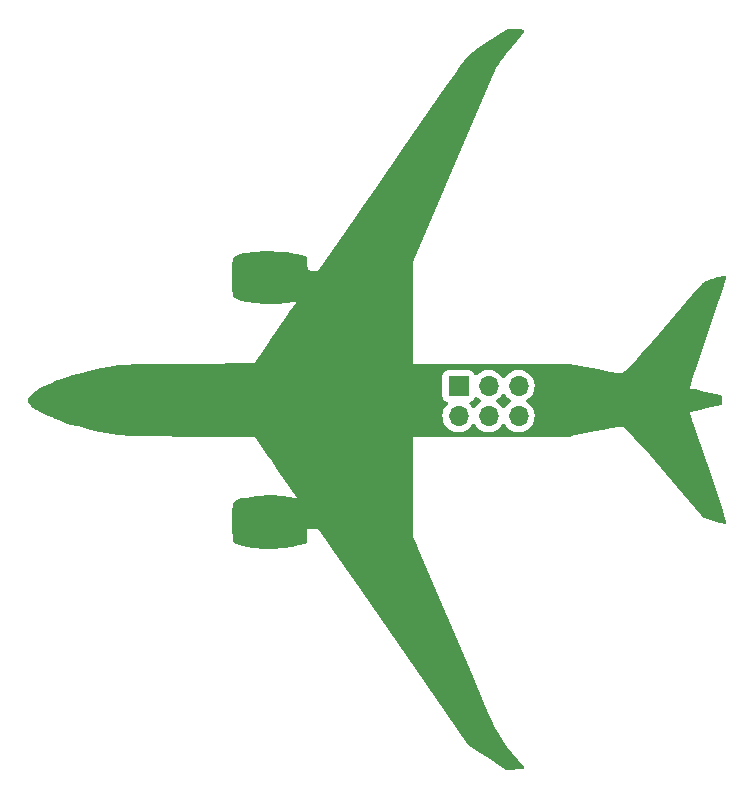
<source format=gbr>
G04 #@! TF.GenerationSoftware,KiCad,Pcbnew,(6.99.0-2452-gdb4f2d9dd8)*
G04 #@! TF.CreationDate,2022-07-21T06:50:33-08:00*
G04 #@! TF.ProjectId,787,3738372e-6b69-4636-9164-5f7063625858,rev?*
G04 #@! TF.SameCoordinates,Original*
G04 #@! TF.FileFunction,Copper,L1,Top*
G04 #@! TF.FilePolarity,Positive*
%FSLAX46Y46*%
G04 Gerber Fmt 4.6, Leading zero omitted, Abs format (unit mm)*
G04 Created by KiCad (PCBNEW (6.99.0-2452-gdb4f2d9dd8)) date 2022-07-21 06:50:33*
%MOMM*%
%LPD*%
G01*
G04 APERTURE LIST*
G04 #@! TA.AperFunction,ComponentPad*
%ADD10R,1.700000X1.700000*%
G04 #@! TD*
G04 #@! TA.AperFunction,ComponentPad*
%ADD11O,1.700000X1.700000*%
G04 #@! TD*
G04 APERTURE END LIST*
D10*
X140419999Y-94899999D03*
D11*
X140419999Y-97439999D03*
X142959999Y-94899999D03*
X142959999Y-97439999D03*
X145499999Y-94899999D03*
X145499999Y-97439999D03*
G04 #@! TA.AperFunction,NonConductor*
G36*
X144313226Y-95575670D02*
G01*
X144335483Y-95601357D01*
X144424278Y-95737268D01*
X144427803Y-95741097D01*
X144427806Y-95741101D01*
X144513286Y-95833956D01*
X144576760Y-95902906D01*
X144580879Y-95906112D01*
X144739946Y-96029920D01*
X144754424Y-96041189D01*
X144759005Y-96043668D01*
X144787680Y-96059186D01*
X144838071Y-96109199D01*
X144853423Y-96178516D01*
X144828863Y-96245129D01*
X144787681Y-96280813D01*
X144754424Y-96298811D01*
X144750313Y-96302010D01*
X144750311Y-96302012D01*
X144626757Y-96398179D01*
X144576760Y-96437094D01*
X144573228Y-96440931D01*
X144427806Y-96598899D01*
X144427803Y-96598903D01*
X144424278Y-96602732D01*
X144421427Y-96607096D01*
X144335483Y-96738643D01*
X144281479Y-96784732D01*
X144211132Y-96794307D01*
X144146774Y-96764330D01*
X144124517Y-96738643D01*
X144038573Y-96607096D01*
X144035722Y-96602732D01*
X144032197Y-96598903D01*
X144032194Y-96598899D01*
X143886772Y-96440931D01*
X143883240Y-96437094D01*
X143833243Y-96398179D01*
X143709689Y-96302012D01*
X143709687Y-96302010D01*
X143705576Y-96298811D01*
X143672320Y-96280814D01*
X143621929Y-96230801D01*
X143606577Y-96161484D01*
X143631137Y-96094871D01*
X143672320Y-96059186D01*
X143700995Y-96043668D01*
X143705576Y-96041189D01*
X143720055Y-96029920D01*
X143879121Y-95906112D01*
X143883240Y-95902906D01*
X143946714Y-95833956D01*
X144032194Y-95741101D01*
X144032197Y-95741097D01*
X144035722Y-95737268D01*
X144124517Y-95601357D01*
X144178521Y-95555268D01*
X144248868Y-95545693D01*
X144313226Y-95575670D01*
G37*
G04 #@! TD.AperFunction*
G04 #@! TA.AperFunction,NonConductor*
G36*
X141943439Y-95811388D02*
G01*
X141975755Y-95836638D01*
X142006552Y-95870092D01*
X142036760Y-95902906D01*
X142040879Y-95906112D01*
X142199946Y-96029920D01*
X142214424Y-96041189D01*
X142219005Y-96043668D01*
X142247680Y-96059186D01*
X142298071Y-96109199D01*
X142313423Y-96178516D01*
X142288863Y-96245129D01*
X142247681Y-96280813D01*
X142214424Y-96298811D01*
X142210313Y-96302010D01*
X142210311Y-96302012D01*
X142086757Y-96398179D01*
X142036760Y-96437094D01*
X142033228Y-96440931D01*
X141887806Y-96598899D01*
X141887803Y-96598903D01*
X141884278Y-96602732D01*
X141881427Y-96607096D01*
X141795483Y-96738643D01*
X141741479Y-96784732D01*
X141671132Y-96794307D01*
X141606774Y-96764330D01*
X141584517Y-96738643D01*
X141498573Y-96607096D01*
X141495722Y-96602732D01*
X141492197Y-96598903D01*
X141492194Y-96598899D01*
X141352525Y-96447180D01*
X141321104Y-96383515D01*
X141329091Y-96312969D01*
X141373949Y-96257940D01*
X141401191Y-96243787D01*
X141516204Y-96200889D01*
X141528536Y-96191658D01*
X141626050Y-96118659D01*
X141633261Y-96113261D01*
X141663041Y-96073480D01*
X141715489Y-96003418D01*
X141715490Y-96003416D01*
X141720889Y-95996204D01*
X141764998Y-95877944D01*
X141807545Y-95821108D01*
X141874065Y-95796297D01*
X141943439Y-95811388D01*
G37*
G04 #@! TD.AperFunction*
G04 #@! TA.AperFunction,NonConductor*
G36*
X145315111Y-64690880D02*
G01*
X145437737Y-64691679D01*
X145505331Y-64692120D01*
X145507620Y-64692157D01*
X145669074Y-64696220D01*
X145672364Y-64696346D01*
X145804934Y-64703163D01*
X145809853Y-64703513D01*
X145888013Y-64710625D01*
X145954040Y-64736719D01*
X145995479Y-64794367D01*
X145999172Y-64865267D01*
X145975516Y-64914148D01*
X145969301Y-64922026D01*
X145968425Y-64923122D01*
X145968348Y-64923218D01*
X145713969Y-65238284D01*
X145713504Y-65238858D01*
X145350222Y-65683281D01*
X144917030Y-66209104D01*
X144913647Y-66206317D01*
X144913636Y-66206327D01*
X144917029Y-66209107D01*
X144692885Y-66482740D01*
X144690826Y-66481053D01*
X144690813Y-66481072D01*
X144692882Y-66482742D01*
X144692790Y-66482856D01*
X144692760Y-66482893D01*
X144690704Y-66481226D01*
X144690698Y-66481235D01*
X144692760Y-66482894D01*
X144478868Y-66748818D01*
X144477910Y-66748048D01*
X144477770Y-66748204D01*
X144478744Y-66748973D01*
X144280132Y-67000598D01*
X144278280Y-66999136D01*
X144278269Y-66999148D01*
X144280130Y-67000599D01*
X144280084Y-67000658D01*
X144280011Y-67000751D01*
X144278152Y-66999291D01*
X144278138Y-66999308D01*
X144280010Y-67000754D01*
X144101706Y-67231494D01*
X144098902Y-67229327D01*
X144098880Y-67229366D01*
X144101702Y-67231496D01*
X144101619Y-67231606D01*
X144101586Y-67231649D01*
X144098798Y-67229510D01*
X144098781Y-67229540D01*
X144101586Y-67231651D01*
X143948610Y-67434923D01*
X143947470Y-67434065D01*
X143947342Y-67434248D01*
X143948493Y-67435082D01*
X143825872Y-67604304D01*
X143824291Y-67603158D01*
X143824259Y-67603203D01*
X143825866Y-67604308D01*
X143825822Y-67604372D01*
X143825761Y-67604457D01*
X143824178Y-67603321D01*
X143824144Y-67603370D01*
X143825759Y-67604466D01*
X143738519Y-67733049D01*
X143737284Y-67732211D01*
X143737141Y-67732434D01*
X143738413Y-67733213D01*
X143709670Y-67780138D01*
X143708904Y-67779669D01*
X143708871Y-67779729D01*
X143709659Y-67780148D01*
X143709625Y-67780212D01*
X143709577Y-67780291D01*
X143708816Y-67779828D01*
X143708780Y-67779893D01*
X143709574Y-67780310D01*
X143691551Y-67814605D01*
X143691072Y-67814353D01*
X143690968Y-67814567D01*
X143691466Y-67814782D01*
X143374803Y-68549393D01*
X143370263Y-68547436D01*
X143370256Y-68547458D01*
X143374802Y-68549394D01*
X142783810Y-69936758D01*
X139298596Y-78081827D01*
X136599620Y-84374825D01*
X136599617Y-84374826D01*
X136599549Y-84374992D01*
X136599501Y-84375103D01*
X136599501Y-84375108D01*
X136599500Y-84375110D01*
X136599500Y-84375180D01*
X136599497Y-84375410D01*
X136599500Y-84375413D01*
X136599500Y-92999901D01*
X136599459Y-93000000D01*
X136599500Y-93000099D01*
X136599617Y-93000383D01*
X136600000Y-93000541D01*
X136600099Y-93000500D01*
X149818045Y-93000500D01*
X149843314Y-93003060D01*
X150276221Y-93091678D01*
X151716739Y-93386558D01*
X151792145Y-93401994D01*
X151792146Y-93401994D01*
X151792219Y-93402009D01*
X151792338Y-93402033D01*
X151792339Y-93402033D01*
X152572249Y-93558451D01*
X152572250Y-93558452D01*
X152572965Y-93558595D01*
X152572925Y-93558793D01*
X152573110Y-93558886D01*
X152573159Y-93558632D01*
X153248959Y-93688159D01*
X153248945Y-93688234D01*
X153248948Y-93688234D01*
X153248961Y-93688160D01*
X153249040Y-93688174D01*
X153249031Y-93688223D01*
X153249199Y-93688202D01*
X153490784Y-93731336D01*
X153747479Y-93777168D01*
X153747645Y-93777198D01*
X153747649Y-93777198D01*
X153747783Y-93777222D01*
X153747787Y-93777225D01*
X153747872Y-93777238D01*
X153747971Y-93777256D01*
X153747619Y-93779191D01*
X153747672Y-93779202D01*
X153747977Y-93777255D01*
X153908156Y-93802362D01*
X153907956Y-93803636D01*
X153908021Y-93803645D01*
X153908167Y-93802368D01*
X153908263Y-93802379D01*
X153908341Y-93802391D01*
X153908145Y-93803663D01*
X153908207Y-93803671D01*
X153908351Y-93802389D01*
X153997124Y-93812331D01*
X153997056Y-93812935D01*
X153997127Y-93812941D01*
X153997143Y-93812340D01*
X153997217Y-93812342D01*
X153997298Y-93812351D01*
X153997232Y-93812949D01*
X153997304Y-93812955D01*
X153997320Y-93812345D01*
X154040937Y-93813459D01*
X154040897Y-93815015D01*
X154040963Y-93815015D01*
X154040947Y-93813463D01*
X154041047Y-93813462D01*
X154041127Y-93813464D01*
X154041088Y-93815016D01*
X154041151Y-93815017D01*
X154041135Y-93813461D01*
X154083356Y-93813024D01*
X154083367Y-93814047D01*
X154083438Y-93814045D01*
X154083371Y-93813029D01*
X154083462Y-93813023D01*
X154083540Y-93813022D01*
X154083553Y-93814042D01*
X154083622Y-93814039D01*
X154083553Y-93813017D01*
X154125208Y-93810187D01*
X154125248Y-93810778D01*
X154125488Y-93810754D01*
X154125403Y-93810167D01*
X154167305Y-93804107D01*
X154167346Y-93804388D01*
X154167564Y-93804345D01*
X154167499Y-93804069D01*
X154210449Y-93793938D01*
X154210603Y-93794591D01*
X154210681Y-93794569D01*
X154210474Y-93793940D01*
X154210550Y-93793915D01*
X154210620Y-93793898D01*
X154210776Y-93794542D01*
X154210851Y-93794521D01*
X154210638Y-93793885D01*
X154255459Y-93778837D01*
X154255586Y-93779215D01*
X154255803Y-93779134D01*
X154255642Y-93778767D01*
X154303138Y-93757964D01*
X154303423Y-93758614D01*
X154303487Y-93758583D01*
X154303157Y-93757962D01*
X154303221Y-93757928D01*
X154303300Y-93757893D01*
X154303585Y-93758536D01*
X154303653Y-93758503D01*
X154303316Y-93757877D01*
X154354295Y-93730478D01*
X154354756Y-93731336D01*
X154354830Y-93731294D01*
X154354315Y-93730475D01*
X154354393Y-93730426D01*
X154354456Y-93730392D01*
X154354916Y-93731244D01*
X154354986Y-93731205D01*
X154354466Y-93730380D01*
X154409752Y-93695537D01*
X154410391Y-93696551D01*
X154410458Y-93696508D01*
X154409767Y-93695534D01*
X154409836Y-93695485D01*
X154409907Y-93695440D01*
X154410547Y-93696450D01*
X154410614Y-93696406D01*
X154409916Y-93695428D01*
X154470316Y-93652301D01*
X154470989Y-93653243D01*
X154471190Y-93653093D01*
X154470473Y-93652183D01*
X154536799Y-93599927D01*
X154537745Y-93601128D01*
X154537797Y-93601086D01*
X154536808Y-93599924D01*
X154536875Y-93599867D01*
X154536946Y-93599811D01*
X154537890Y-93601008D01*
X154537942Y-93600966D01*
X154536951Y-93599802D01*
X154610017Y-93537574D01*
X154610940Y-93538657D01*
X154610977Y-93538623D01*
X154610024Y-93537571D01*
X154610088Y-93537513D01*
X154610162Y-93537450D01*
X154611081Y-93538529D01*
X154611119Y-93538494D01*
X154610166Y-93537442D01*
X154690785Y-93464398D01*
X154691916Y-93465646D01*
X154691950Y-93465615D01*
X154690790Y-93464396D01*
X154690851Y-93464338D01*
X154690926Y-93464270D01*
X154692056Y-93465517D01*
X154692091Y-93465485D01*
X154690929Y-93464264D01*
X154779915Y-93379559D01*
X154781483Y-93381206D01*
X154781660Y-93381039D01*
X154780057Y-93379420D01*
X154878219Y-93282215D01*
X154878221Y-93282213D01*
X154878223Y-93282212D01*
X154878264Y-93282170D01*
X154878357Y-93282078D01*
X154878359Y-93282073D01*
X154986514Y-93171520D01*
X154989039Y-93173990D01*
X154989068Y-93173949D01*
X154986519Y-93171518D01*
X155105612Y-93046634D01*
X155108733Y-93049610D01*
X155108762Y-93049571D01*
X155105616Y-93046632D01*
X155236328Y-92906713D01*
X155236501Y-92906875D01*
X155236605Y-92906699D01*
X155236462Y-92906567D01*
X155379604Y-92750774D01*
X155382936Y-92753835D01*
X155382960Y-92753812D01*
X155379605Y-92750771D01*
X155535989Y-92578258D01*
X155538618Y-92580641D01*
X155538634Y-92580627D01*
X155535990Y-92578256D01*
X155706297Y-92388329D01*
X155709932Y-92391588D01*
X155709945Y-92391569D01*
X155706299Y-92388328D01*
X155891608Y-92179851D01*
X155892013Y-92180211D01*
X155892015Y-92180207D01*
X155891609Y-92179850D01*
X155891675Y-92179775D01*
X155891739Y-92179703D01*
X155892124Y-92180046D01*
X155892126Y-92180043D01*
X155891739Y-92179702D01*
X156310215Y-91704169D01*
X156312811Y-91706454D01*
X156312825Y-91706442D01*
X156310216Y-91704167D01*
X156797922Y-91144914D01*
X156801692Y-91148202D01*
X156801702Y-91148191D01*
X156797922Y-91144913D01*
X157361232Y-90495351D01*
X157365202Y-90498794D01*
X157365209Y-90498783D01*
X157361234Y-90495350D01*
X158741465Y-88897449D01*
X158745288Y-88900751D01*
X158745293Y-88900745D01*
X158741465Y-88897448D01*
X160211254Y-87190996D01*
X160215197Y-87194392D01*
X160215208Y-87194376D01*
X160211256Y-87190995D01*
X160964551Y-86310527D01*
X160964869Y-86310156D01*
X161001489Y-86267688D01*
X161005127Y-86263649D01*
X161040396Y-86226148D01*
X161043801Y-86222665D01*
X161060566Y-86206166D01*
X161063162Y-86203683D01*
X161080673Y-86187406D01*
X161083499Y-86184858D01*
X161101336Y-86169255D01*
X161104355Y-86166696D01*
X161122722Y-86151621D01*
X161125876Y-86149116D01*
X161127902Y-86147559D01*
X161144863Y-86134523D01*
X161148094Y-86132122D01*
X161167940Y-86117862D01*
X161171241Y-86115568D01*
X161192064Y-86101591D01*
X161195350Y-86099459D01*
X161217347Y-86085666D01*
X161220566Y-86083714D01*
X161243887Y-86070044D01*
X161246974Y-86068293D01*
X161271818Y-86054664D01*
X161274776Y-86053092D01*
X161275103Y-86052924D01*
X161301301Y-86039449D01*
X161304071Y-86038069D01*
X161331722Y-86024704D01*
X161335557Y-86022929D01*
X161398682Y-85994989D01*
X161403047Y-85993155D01*
X161474148Y-85964847D01*
X161477665Y-85963508D01*
X161558362Y-85934195D01*
X161561209Y-85933200D01*
X161652243Y-85902583D01*
X161654431Y-85901869D01*
X161756848Y-85869516D01*
X161758478Y-85869014D01*
X161872908Y-85834614D01*
X161874146Y-85834249D01*
X162001665Y-85797335D01*
X162002551Y-85797082D01*
X162143494Y-85757397D01*
X162144512Y-85757115D01*
X162332224Y-85705956D01*
X162333620Y-85705584D01*
X162510242Y-85659616D01*
X162511768Y-85659229D01*
X162558856Y-85647600D01*
X162673295Y-85619338D01*
X162674848Y-85618967D01*
X162816875Y-85586124D01*
X162819245Y-85585601D01*
X162937153Y-85560795D01*
X162941010Y-85560047D01*
X162942292Y-85559819D01*
X163012863Y-85567584D01*
X163068033Y-85612270D01*
X163090286Y-85679689D01*
X163085477Y-85718588D01*
X163052219Y-85834614D01*
X163019719Y-85947993D01*
X163018796Y-85951064D01*
X162858642Y-86460454D01*
X162858234Y-86461728D01*
X162776518Y-86712307D01*
X162620414Y-87190996D01*
X162618655Y-87196389D01*
X162618399Y-87197163D01*
X162325335Y-88073655D01*
X161881808Y-89400148D01*
X161881635Y-89400662D01*
X160939087Y-92179775D01*
X160769573Y-92679589D01*
X160766051Y-92678394D01*
X160766049Y-92678402D01*
X160769572Y-92679590D01*
X160458457Y-93601854D01*
X160455258Y-93600775D01*
X160455253Y-93600800D01*
X160458455Y-93601857D01*
X160207663Y-94361347D01*
X160204112Y-94360174D01*
X160204092Y-94360216D01*
X160207663Y-94361352D01*
X160069998Y-94793920D01*
X160042963Y-94878867D01*
X160042959Y-94878872D01*
X160042928Y-94878978D01*
X160042905Y-94879050D01*
X160041581Y-94878627D01*
X160041569Y-94878663D01*
X160042905Y-94879055D01*
X160042904Y-94879057D01*
X160000809Y-95022564D01*
X160000281Y-95022409D01*
X160000266Y-95022470D01*
X160000798Y-95022581D01*
X160000783Y-95022653D01*
X160000760Y-95022732D01*
X160000238Y-95022580D01*
X160000223Y-95022643D01*
X160000762Y-95022754D01*
X159989746Y-95076345D01*
X159989690Y-95076418D01*
X159989706Y-95076539D01*
X159989703Y-95076553D01*
X159989718Y-95076632D01*
X159989744Y-95076828D01*
X159989758Y-95076839D01*
X159989761Y-95076855D01*
X159989916Y-95076960D01*
X159989988Y-95077015D01*
X159990004Y-95077019D01*
X159990104Y-95077087D01*
X159990194Y-95077070D01*
X160003462Y-95080611D01*
X160003463Y-95080611D01*
X160108295Y-95108585D01*
X160107925Y-95109970D01*
X160108169Y-95110026D01*
X160108487Y-95108631D01*
X160405554Y-95176412D01*
X160405332Y-95177386D01*
X160405533Y-95177443D01*
X160405747Y-95176456D01*
X161302214Y-95370881D01*
X161302504Y-95370944D01*
X161302486Y-95371025D01*
X161302668Y-95371122D01*
X161302697Y-95370984D01*
X162211976Y-95560833D01*
X162211221Y-95564451D01*
X162211237Y-95564452D01*
X162211977Y-95560834D01*
X162212021Y-95560843D01*
X162212166Y-95560873D01*
X162211423Y-95564464D01*
X162211458Y-95564466D01*
X162212170Y-95560872D01*
X162524897Y-95622859D01*
X162524511Y-95624808D01*
X162524764Y-95624853D01*
X162525091Y-95622895D01*
X162585849Y-95633055D01*
X162649738Y-95664018D01*
X162686745Y-95724607D01*
X162690079Y-95741576D01*
X162690188Y-95742441D01*
X162690504Y-95745190D01*
X162693109Y-95770346D01*
X162693310Y-95772464D01*
X162695552Y-95798638D01*
X162695753Y-95800984D01*
X162695894Y-95802803D01*
X162697669Y-95827944D01*
X162698093Y-95833956D01*
X162698195Y-95835547D01*
X162699552Y-95859201D01*
X162700130Y-95869284D01*
X162700206Y-95870764D01*
X162701848Y-95906807D01*
X162701903Y-95908178D01*
X162703210Y-95945899D01*
X162703249Y-95947194D01*
X162704216Y-95986897D01*
X162704240Y-95988140D01*
X162704836Y-96029283D01*
X162704848Y-96030507D01*
X162705052Y-96073272D01*
X162705053Y-96073873D01*
X162705053Y-96398179D01*
X162685051Y-96466300D01*
X162631395Y-96512793D01*
X162604876Y-96521504D01*
X161365292Y-96781064D01*
X161364720Y-96778330D01*
X161364709Y-96778334D01*
X161365290Y-96781064D01*
X160842659Y-96892270D01*
X160841905Y-96888729D01*
X160841877Y-96888739D01*
X160842655Y-96892269D01*
X160410401Y-96987597D01*
X160410260Y-96986958D01*
X160410059Y-96987004D01*
X160410208Y-96987641D01*
X160113433Y-97056907D01*
X160113044Y-97055239D01*
X160112811Y-97055298D01*
X160113241Y-97056954D01*
X160029692Y-97078641D01*
X160029514Y-97077956D01*
X160029444Y-97077977D01*
X160029671Y-97078640D01*
X160029592Y-97078667D01*
X160029520Y-97078686D01*
X160029341Y-97078008D01*
X160029274Y-97078029D01*
X160029505Y-97078697D01*
X159996603Y-97090070D01*
X159996474Y-97090072D01*
X159996344Y-97090207D01*
X159996204Y-97090331D01*
X159996197Y-97090459D01*
X159995195Y-97093024D01*
X159995159Y-97093102D01*
X159995158Y-97093117D01*
X159995153Y-97093131D01*
X159995155Y-97093215D01*
X159994964Y-97098136D01*
X159994953Y-97098177D01*
X159994960Y-97098236D01*
X159994958Y-97098294D01*
X159994972Y-97098332D01*
X159995937Y-97106181D01*
X159997016Y-97114963D01*
X159996486Y-97115028D01*
X159996496Y-97115091D01*
X159997012Y-97114985D01*
X159997029Y-97115068D01*
X159997038Y-97115141D01*
X159996514Y-97115206D01*
X159996524Y-97115265D01*
X159997047Y-97115158D01*
X160002217Y-97140399D01*
X160001086Y-97140631D01*
X160001141Y-97140865D01*
X160002261Y-97140592D01*
X160010413Y-97173972D01*
X160010411Y-97173972D01*
X160010412Y-97173977D01*
X160010412Y-97173980D01*
X160010425Y-97174026D01*
X160010425Y-97174027D01*
X160010436Y-97174066D01*
X160010431Y-97174067D01*
X160010443Y-97174158D01*
X160010520Y-97174370D01*
X160023358Y-97220828D01*
X160035182Y-97263616D01*
X160034095Y-97263916D01*
X160034102Y-97263941D01*
X160035182Y-97263620D01*
X160035201Y-97263684D01*
X160035233Y-97263799D01*
X160034149Y-97264101D01*
X160034158Y-97264129D01*
X160035237Y-97263805D01*
X160070127Y-97380041D01*
X160066802Y-97381039D01*
X160066825Y-97381088D01*
X160070126Y-97380047D01*
X160114049Y-97519381D01*
X160111959Y-97520040D01*
X160111967Y-97520062D01*
X160114049Y-97519384D01*
X160114078Y-97519473D01*
X160114108Y-97519568D01*
X160112027Y-97520225D01*
X160112035Y-97520247D01*
X160114110Y-97519570D01*
X160165815Y-97677940D01*
X160161406Y-97679379D01*
X160161418Y-97679421D01*
X160165818Y-97677943D01*
X160224046Y-97851283D01*
X160220126Y-97852600D01*
X160220142Y-97852631D01*
X160224046Y-97851286D01*
X160287708Y-98036035D01*
X160287872Y-98036514D01*
X162009124Y-103097545D01*
X162009362Y-103098253D01*
X162808395Y-105494188D01*
X162808866Y-105495628D01*
X163096110Y-106392744D01*
X163097833Y-106463720D01*
X163060910Y-106524360D01*
X162997064Y-106555412D01*
X162958240Y-106555892D01*
X162955133Y-106555447D01*
X162949913Y-106554699D01*
X162946381Y-106554142D01*
X162891026Y-106544600D01*
X162888292Y-106544097D01*
X162829415Y-106532605D01*
X162825346Y-106531811D01*
X162823220Y-106531377D01*
X162773467Y-106520743D01*
X162753014Y-106516371D01*
X162751202Y-106515969D01*
X162674405Y-106498367D01*
X162672864Y-106498004D01*
X162617298Y-106484531D01*
X162589226Y-106477725D01*
X162587915Y-106477399D01*
X162498085Y-106454577D01*
X162496944Y-106454282D01*
X162401013Y-106428923D01*
X162399979Y-106428645D01*
X162328399Y-106409059D01*
X162298293Y-106400822D01*
X162297439Y-106400584D01*
X162189736Y-106370198D01*
X162189761Y-106370109D01*
X162189290Y-106370078D01*
X161269136Y-106106811D01*
X161208305Y-106067875D01*
X160964296Y-105784421D01*
X158955409Y-103450795D01*
X158956666Y-103449713D01*
X158956664Y-103449711D01*
X158955409Y-103450794D01*
X156624585Y-100750624D01*
X156628262Y-100747450D01*
X156628241Y-100747424D01*
X156624582Y-100750623D01*
X155861591Y-99877761D01*
X155862292Y-99877148D01*
X155862284Y-99877138D01*
X155861590Y-99877759D01*
X155861539Y-99877702D01*
X155861463Y-99877615D01*
X155862164Y-99877003D01*
X155862154Y-99876992D01*
X155861460Y-99877613D01*
X155308935Y-99259454D01*
X155310383Y-99258160D01*
X155310345Y-99258121D01*
X155308932Y-99259447D01*
X155308856Y-99259366D01*
X155308806Y-99259310D01*
X155310249Y-99258022D01*
X155310213Y-99257984D01*
X155308801Y-99259308D01*
X154923473Y-98848367D01*
X154924225Y-98847662D01*
X154924049Y-98847485D01*
X154923335Y-98848227D01*
X154838042Y-98766261D01*
X154661936Y-98597023D01*
X154662014Y-98596941D01*
X154661984Y-98596915D01*
X154661921Y-98596997D01*
X154661860Y-98596950D01*
X154661812Y-98596904D01*
X154661884Y-98596829D01*
X154661856Y-98596804D01*
X154661787Y-98596894D01*
X154655928Y-98592390D01*
X154644584Y-98583668D01*
X154497019Y-98470221D01*
X154481046Y-98457941D01*
X154481018Y-98457907D01*
X154480971Y-98457883D01*
X154480926Y-98457848D01*
X154480880Y-98457836D01*
X154337565Y-98383676D01*
X154337631Y-98383549D01*
X154337593Y-98383532D01*
X154337544Y-98383657D01*
X154337482Y-98383633D01*
X154337417Y-98383600D01*
X154337478Y-98383481D01*
X154337437Y-98383463D01*
X154337386Y-98383597D01*
X154327463Y-98379848D01*
X154327462Y-98379847D01*
X154318496Y-98376460D01*
X154318887Y-98375426D01*
X154318809Y-98375400D01*
X154318485Y-98376451D01*
X154318417Y-98376430D01*
X154318327Y-98376396D01*
X154318715Y-98375369D01*
X154318635Y-98375342D01*
X154318309Y-98376397D01*
X154297977Y-98370114D01*
X154298315Y-98369019D01*
X154298242Y-98368998D01*
X154297965Y-98370105D01*
X154297885Y-98370085D01*
X154297803Y-98370060D01*
X154298136Y-98368967D01*
X154298062Y-98368946D01*
X154297788Y-98370061D01*
X154275792Y-98364657D01*
X154276123Y-98363308D01*
X154276043Y-98363290D01*
X154275780Y-98364649D01*
X154275692Y-98364632D01*
X154275613Y-98364613D01*
X154275937Y-98363267D01*
X154275857Y-98363249D01*
X154275600Y-98364615D01*
X154251732Y-98360119D01*
X154251943Y-98359000D01*
X154251691Y-98358962D01*
X154251537Y-98360088D01*
X154225593Y-98356533D01*
X154225778Y-98355185D01*
X154225712Y-98355178D01*
X154225583Y-98356528D01*
X154225499Y-98356520D01*
X154225409Y-98356508D01*
X154225588Y-98355164D01*
X154225521Y-98355156D01*
X154225397Y-98356511D01*
X154197161Y-98353926D01*
X154197233Y-98353138D01*
X154196991Y-98353125D01*
X154196965Y-98353915D01*
X154132631Y-98351780D01*
X154132657Y-98351008D01*
X154132412Y-98351007D01*
X154132434Y-98351779D01*
X154056461Y-98353913D01*
X154056423Y-98352563D01*
X154056164Y-98352575D01*
X154056264Y-98353923D01*
X153967004Y-98360571D01*
X153966898Y-98359141D01*
X153966842Y-98359145D01*
X153966994Y-98360568D01*
X153966891Y-98360579D01*
X153966814Y-98360585D01*
X153966703Y-98359156D01*
X153966651Y-98359160D01*
X153966807Y-98360588D01*
X153862601Y-98371994D01*
X153862397Y-98370135D01*
X153862339Y-98370143D01*
X153862593Y-98371992D01*
X153862484Y-98372007D01*
X153862409Y-98372015D01*
X153862404Y-98372018D01*
X153862262Y-98372037D01*
X153862101Y-98372059D01*
X153862071Y-98372063D01*
X153741592Y-98388425D01*
X153741365Y-98386757D01*
X153741137Y-98386793D01*
X153741396Y-98388454D01*
X153602326Y-98410105D01*
X153602321Y-98410104D01*
X153602216Y-98410122D01*
X153602132Y-98410135D01*
X153602123Y-98410078D01*
X153602119Y-98410077D01*
X153602129Y-98410137D01*
X153443140Y-98437278D01*
X153442536Y-98433742D01*
X153442498Y-98433754D01*
X153443136Y-98437277D01*
X153442998Y-98437302D01*
X153442946Y-98437311D01*
X153442339Y-98433806D01*
X153442308Y-98433816D01*
X153442945Y-98437312D01*
X153262381Y-98470186D01*
X153262381Y-98470184D01*
X153262377Y-98470184D01*
X153262377Y-98470185D01*
X153262213Y-98470216D01*
X153262187Y-98470221D01*
X153261986Y-98470259D01*
X153058389Y-98509070D01*
X153058388Y-98509065D01*
X153058313Y-98509085D01*
X153058300Y-98509087D01*
X153058197Y-98509107D01*
X153057740Y-98506754D01*
X153057726Y-98506760D01*
X153058195Y-98509108D01*
X152574094Y-98605741D01*
X152573755Y-98604041D01*
X152573742Y-98604045D01*
X152574092Y-98605741D01*
X152573971Y-98605766D01*
X152573901Y-98605780D01*
X152573565Y-98604099D01*
X152573553Y-98604102D01*
X152573900Y-98605781D01*
X151976805Y-98729270D01*
X151975788Y-98724352D01*
X151975776Y-98724354D01*
X151976804Y-98729271D01*
X149906484Y-99162108D01*
X149866578Y-99170451D01*
X149840793Y-99173118D01*
X136600096Y-99173118D01*
X136599997Y-99173077D01*
X136599614Y-99173235D01*
X136599456Y-99173618D01*
X136599497Y-99173717D01*
X136599497Y-107694301D01*
X136599571Y-107694481D01*
X136865565Y-108347311D01*
X136902941Y-108439044D01*
X136900922Y-108439867D01*
X136900935Y-108439899D01*
X136902941Y-108439047D01*
X136902972Y-108439120D01*
X136903014Y-108439223D01*
X136900996Y-108440046D01*
X136901010Y-108440079D01*
X136903017Y-108439226D01*
X138085782Y-111222021D01*
X138082374Y-111223470D01*
X138082380Y-111223479D01*
X138085782Y-111222022D01*
X140503505Y-116867153D01*
X140503522Y-116867298D01*
X140503560Y-116867282D01*
X140503598Y-116867371D01*
X140503534Y-116867398D01*
X140503535Y-116867407D01*
X140503603Y-116867376D01*
X140777728Y-117461951D01*
X140778838Y-117464429D01*
X141036895Y-118057428D01*
X141037989Y-118060020D01*
X141522587Y-119245254D01*
X141522947Y-119246143D01*
X142457978Y-121583702D01*
X142456014Y-121584487D01*
X142456033Y-121584532D01*
X142457978Y-121583707D01*
X142458006Y-121583773D01*
X142458048Y-121583877D01*
X142456089Y-121584668D01*
X142456110Y-121584719D01*
X142458054Y-121583883D01*
X142704427Y-122156386D01*
X142702567Y-122157186D01*
X142702588Y-122157234D01*
X142704427Y-122156392D01*
X142704465Y-122156475D01*
X142704503Y-122156563D01*
X142704507Y-122156567D01*
X142704539Y-122156638D01*
X142962816Y-122722891D01*
X142961222Y-122723618D01*
X142961321Y-122723843D01*
X142962900Y-122723070D01*
X143236583Y-123282488D01*
X143236584Y-123282496D01*
X143236626Y-123282575D01*
X143236666Y-123282657D01*
X143236642Y-123282669D01*
X143236644Y-123282678D01*
X143236672Y-123282663D01*
X143529168Y-123834448D01*
X143527555Y-123835303D01*
X143527685Y-123835536D01*
X143529264Y-123834621D01*
X143844007Y-124378044D01*
X143843061Y-124378592D01*
X143843189Y-124378800D01*
X143844110Y-124378213D01*
X144184541Y-124912546D01*
X144184481Y-124912584D01*
X144184513Y-124912675D01*
X144184592Y-124912625D01*
X144184641Y-124912702D01*
X144184543Y-124912764D01*
X144184549Y-124912781D01*
X144184651Y-124912709D01*
X144554209Y-125437224D01*
X144553114Y-125437996D01*
X144553270Y-125438208D01*
X144554326Y-125437382D01*
X144956445Y-125951345D01*
X144954965Y-125952503D01*
X144954996Y-125952542D01*
X144956447Y-125951352D01*
X144956511Y-125951430D01*
X144956563Y-125951496D01*
X144955087Y-125952659D01*
X144955117Y-125952696D01*
X144956568Y-125951499D01*
X145947967Y-127152968D01*
X145975894Y-127218241D01*
X145964100Y-127288251D01*
X145916327Y-127340770D01*
X145854619Y-127359103D01*
X144499342Y-127400391D01*
X144426531Y-127379893D01*
X142843145Y-126344137D01*
X142843142Y-126344135D01*
X142843140Y-126344135D01*
X142843138Y-126344134D01*
X142244740Y-125952696D01*
X141247281Y-125300215D01*
X141212676Y-125266514D01*
X138398958Y-121203782D01*
X132150816Y-112181931D01*
X132153006Y-112180415D01*
X132153004Y-112180410D01*
X132150815Y-112181930D01*
X129701293Y-108655141D01*
X129703064Y-108653911D01*
X129703059Y-108653901D01*
X129701293Y-108655139D01*
X129701225Y-108655042D01*
X129701181Y-108654979D01*
X129702967Y-108653732D01*
X129702963Y-108653724D01*
X129701180Y-108654978D01*
X129549317Y-108439120D01*
X128614859Y-107110883D01*
X128614847Y-107110852D01*
X128614802Y-107110804D01*
X128614764Y-107110749D01*
X128614735Y-107110731D01*
X128606898Y-107102221D01*
X128607009Y-107102119D01*
X128606998Y-107102105D01*
X128606894Y-107102211D01*
X128606845Y-107102163D01*
X128606775Y-107102087D01*
X128606894Y-107101978D01*
X128606878Y-107101959D01*
X128606760Y-107102080D01*
X128598459Y-107093957D01*
X128599198Y-107093202D01*
X128599014Y-107093030D01*
X128598315Y-107093823D01*
X128589515Y-107086067D01*
X128590426Y-107085033D01*
X128590425Y-107085032D01*
X128590367Y-107084985D01*
X128589508Y-107086055D01*
X128589437Y-107085998D01*
X128589375Y-107085944D01*
X128590276Y-107084910D01*
X128590219Y-107084862D01*
X128589363Y-107085940D01*
X128580056Y-107078548D01*
X128580846Y-107077553D01*
X128580782Y-107077510D01*
X128580048Y-107078535D01*
X128579967Y-107078477D01*
X128579909Y-107078431D01*
X128580690Y-107077447D01*
X128580629Y-107077405D01*
X128579898Y-107078428D01*
X128570063Y-107071395D01*
X128570646Y-107070580D01*
X128570443Y-107070442D01*
X128569901Y-107071285D01*
X128559532Y-107064612D01*
X128560230Y-107063527D01*
X128560175Y-107063495D01*
X128559525Y-107064602D01*
X128559450Y-107064558D01*
X128559376Y-107064511D01*
X128560062Y-107063431D01*
X128560006Y-107063399D01*
X128559364Y-107064509D01*
X128548444Y-107058192D01*
X128549056Y-107057135D01*
X128548837Y-107057009D01*
X128548272Y-107058097D01*
X128536787Y-107052135D01*
X128537534Y-107050696D01*
X128537467Y-107050662D01*
X128536779Y-107052126D01*
X128536696Y-107052087D01*
X128536622Y-107052049D01*
X128537361Y-107050609D01*
X128537295Y-107050577D01*
X128536611Y-107052048D01*
X128524548Y-107046437D01*
X128525321Y-107044776D01*
X128525248Y-107044745D01*
X128524540Y-107046429D01*
X128524452Y-107046392D01*
X128524378Y-107046358D01*
X128525140Y-107044699D01*
X128525070Y-107044669D01*
X128524368Y-107046358D01*
X128511713Y-107041095D01*
X128512353Y-107039555D01*
X128512288Y-107039532D01*
X128511707Y-107041089D01*
X128511640Y-107041064D01*
X128511541Y-107041023D01*
X128512176Y-107039491D01*
X128512106Y-107039466D01*
X128511529Y-107041023D01*
X128498271Y-107036111D01*
X128498813Y-107034649D01*
X128498755Y-107034628D01*
X128498263Y-107036104D01*
X128498167Y-107036072D01*
X128498093Y-107036045D01*
X128498627Y-107034581D01*
X128498573Y-107034562D01*
X128498085Y-107036045D01*
X128484204Y-107031476D01*
X128484815Y-107029619D01*
X128484750Y-107029599D01*
X128484198Y-107031471D01*
X128484120Y-107031448D01*
X128484025Y-107031417D01*
X128484630Y-107029562D01*
X128484562Y-107029541D01*
X128484015Y-107031418D01*
X128469503Y-107027191D01*
X128469961Y-107025619D01*
X128469905Y-107025604D01*
X128469496Y-107027186D01*
X128469411Y-107027164D01*
X128469321Y-107027138D01*
X128469774Y-107025569D01*
X128469718Y-107025554D01*
X128469312Y-107027139D01*
X128454150Y-107023254D01*
X128454542Y-107021726D01*
X128454462Y-107021708D01*
X128454140Y-107023247D01*
X128454054Y-107023229D01*
X128453968Y-107023207D01*
X128454358Y-107021684D01*
X128454279Y-107021666D01*
X128453956Y-107023209D01*
X128421452Y-107016412D01*
X128421761Y-107014935D01*
X128421674Y-107014919D01*
X128421441Y-107016405D01*
X128421358Y-107016392D01*
X128421271Y-107016374D01*
X128421576Y-107014902D01*
X128421487Y-107014886D01*
X128421257Y-107016377D01*
X128385993Y-107010927D01*
X128386201Y-107009581D01*
X128386135Y-107009573D01*
X128385983Y-107010922D01*
X128385903Y-107010913D01*
X128385810Y-107010899D01*
X128386012Y-107009558D01*
X128385944Y-107009550D01*
X128385798Y-107010902D01*
X128347669Y-107006779D01*
X128347839Y-107005206D01*
X128347776Y-107005200D01*
X128347661Y-107006775D01*
X128347579Y-107006769D01*
X128347483Y-107006759D01*
X128347647Y-107005188D01*
X128347580Y-107005182D01*
X128347472Y-107006762D01*
X128306373Y-107003949D01*
X128306473Y-107002490D01*
X128306226Y-107002473D01*
X128306176Y-107003939D01*
X128261999Y-107002419D01*
X128262065Y-107000510D01*
X128261811Y-107000501D01*
X128261801Y-107002415D01*
X128214434Y-107002165D01*
X128214443Y-107000372D01*
X128214201Y-107000374D01*
X128214237Y-107002167D01*
X128163577Y-107003171D01*
X128163543Y-107001443D01*
X128163505Y-107001444D01*
X128163571Y-107003169D01*
X128163466Y-107003173D01*
X128163383Y-107003175D01*
X128163341Y-107001449D01*
X128163306Y-107001450D01*
X128163378Y-107003177D01*
X128109314Y-107005417D01*
X128109199Y-107002631D01*
X128109142Y-107002637D01*
X128109308Y-107005415D01*
X128109191Y-107005422D01*
X128109119Y-107005425D01*
X128109003Y-107002649D01*
X128108950Y-107002654D01*
X128109116Y-107005427D01*
X128051542Y-107008881D01*
X128051502Y-107008222D01*
X128051495Y-107008224D01*
X128051539Y-107008880D01*
X128051376Y-107008891D01*
X128051345Y-107008893D01*
X128051305Y-107008274D01*
X128051302Y-107008275D01*
X128051344Y-107008893D01*
X127604253Y-107039440D01*
X127604171Y-107039406D01*
X127604054Y-107039454D01*
X127604037Y-107039455D01*
X127603967Y-107039490D01*
X127603788Y-107039563D01*
X127603780Y-107039582D01*
X127603762Y-107039591D01*
X127603703Y-107039768D01*
X127603670Y-107039846D01*
X127603670Y-107039865D01*
X127603630Y-107039984D01*
X127603669Y-107040064D01*
X127603637Y-107052653D01*
X127603637Y-107052655D01*
X127602421Y-107537736D01*
X127602406Y-107539389D01*
X127600848Y-107639092D01*
X127600758Y-107642255D01*
X127596844Y-107738280D01*
X127596673Y-107741489D01*
X127590677Y-107831870D01*
X127590393Y-107835397D01*
X127582633Y-107917417D01*
X127582158Y-107921662D01*
X127574912Y-107977746D01*
X127573048Y-107992174D01*
X127572155Y-107998009D01*
X127562122Y-108054641D01*
X127560803Y-108061099D01*
X127556295Y-108080557D01*
X127554672Y-108086826D01*
X127550780Y-108100409D01*
X127524058Y-108149151D01*
X127521506Y-108152038D01*
X127503344Y-108168902D01*
X127487054Y-108181281D01*
X127469044Y-108192700D01*
X127383274Y-108237390D01*
X127369281Y-108243630D01*
X127239008Y-108292462D01*
X127230587Y-108295283D01*
X127180277Y-108310187D01*
X127061139Y-108345481D01*
X127055430Y-108347028D01*
X126976283Y-108366480D01*
X126853600Y-108396634D01*
X126849358Y-108397600D01*
X126620602Y-108445515D01*
X126617287Y-108446162D01*
X126459830Y-108474656D01*
X126366867Y-108491479D01*
X126363976Y-108491968D01*
X126096688Y-108533939D01*
X126094080Y-108534320D01*
X126037307Y-108542022D01*
X125814867Y-108572198D01*
X125812445Y-108572503D01*
X125693988Y-108586188D01*
X125525967Y-108605600D01*
X125523496Y-108605861D01*
X125303362Y-108626904D01*
X125234527Y-108633484D01*
X125231968Y-108633702D01*
X124945221Y-108655172D01*
X124942451Y-108655348D01*
X124804360Y-108662577D01*
X124662710Y-108669991D01*
X124659491Y-108670118D01*
X124523833Y-108673744D01*
X124391665Y-108677277D01*
X124387859Y-108677321D01*
X124209259Y-108676644D01*
X124136727Y-108676369D01*
X124131918Y-108676259D01*
X123901731Y-108666591D01*
X123897213Y-108666320D01*
X123753966Y-108655139D01*
X123352806Y-108623826D01*
X123348995Y-108623470D01*
X122870531Y-108571246D01*
X122866933Y-108570800D01*
X122653968Y-108541251D01*
X122651121Y-108540822D01*
X122535625Y-108522044D01*
X122454576Y-108508866D01*
X122451190Y-108508268D01*
X122389427Y-108496488D01*
X122271682Y-108474030D01*
X122267742Y-108473211D01*
X122105513Y-108436792D01*
X122100784Y-108435634D01*
X121959563Y-108398117D01*
X121955946Y-108397156D01*
X121950221Y-108395489D01*
X121910982Y-108383050D01*
X121823009Y-108355161D01*
X121816050Y-108352728D01*
X121706765Y-108310891D01*
X121698230Y-108307256D01*
X121607252Y-108264481D01*
X121596706Y-108258898D01*
X121524410Y-108216125D01*
X121511576Y-108207423D01*
X121458087Y-108166125D01*
X121443129Y-108152525D01*
X121407711Y-108114696D01*
X121392072Y-108094110D01*
X121371284Y-108059964D01*
X121359537Y-108034770D01*
X121356588Y-108026040D01*
X121352987Y-108013163D01*
X121345765Y-107980805D01*
X121344453Y-107974071D01*
X121336146Y-107924227D01*
X121335525Y-107920071D01*
X121327117Y-107856640D01*
X121326653Y-107852657D01*
X121324745Y-107833634D01*
X121310131Y-107687925D01*
X121309842Y-107684588D01*
X121309837Y-107684508D01*
X121294862Y-107480153D01*
X121294712Y-107477810D01*
X121281743Y-107240148D01*
X121281655Y-107238288D01*
X121274029Y-107046437D01*
X121271163Y-106974333D01*
X121271110Y-106972728D01*
X121263545Y-106689599D01*
X121263513Y-106688033D01*
X121261074Y-106517187D01*
X121259287Y-106392012D01*
X121259276Y-106390832D01*
X121259191Y-106370146D01*
X121256773Y-105785487D01*
X121256784Y-105783201D01*
X121260199Y-105539389D01*
X121260294Y-105535967D01*
X121262003Y-105494501D01*
X121268867Y-105327881D01*
X121269227Y-105322225D01*
X121284287Y-105147868D01*
X121285361Y-105139063D01*
X121308160Y-104994645D01*
X121309981Y-104985381D01*
X121323806Y-104926738D01*
X121325868Y-104919079D01*
X121341923Y-104866145D01*
X121344969Y-104857299D01*
X121362852Y-104811022D01*
X121367161Y-104801149D01*
X121386809Y-104760917D01*
X121392590Y-104750384D01*
X121414065Y-104715346D01*
X121421400Y-104704659D01*
X121444930Y-104673893D01*
X121453619Y-104663704D01*
X121479765Y-104636157D01*
X121489352Y-104627063D01*
X121518834Y-104601898D01*
X121528696Y-104594289D01*
X121562389Y-104570857D01*
X121571896Y-104564857D01*
X121610569Y-104542801D01*
X121619257Y-104538285D01*
X121663452Y-104517452D01*
X121671017Y-104514184D01*
X121719890Y-104494956D01*
X121728936Y-104491790D01*
X121849736Y-104454613D01*
X121857970Y-104452382D01*
X122001965Y-104418566D01*
X122007637Y-104417371D01*
X122376142Y-104348605D01*
X122379677Y-104347998D01*
X122927320Y-104261935D01*
X122930998Y-104261413D01*
X123196363Y-104227750D01*
X123198906Y-104227454D01*
X123460633Y-104199829D01*
X123463361Y-104199571D01*
X123563225Y-104191241D01*
X123721059Y-104178075D01*
X123723918Y-104177869D01*
X123866759Y-104169221D01*
X123978175Y-104162476D01*
X123981117Y-104162332D01*
X124023481Y-104160765D01*
X124232251Y-104153042D01*
X124235287Y-104152966D01*
X124483810Y-104149767D01*
X124486910Y-104149766D01*
X124610009Y-104151210D01*
X124733146Y-104152656D01*
X124736217Y-104152730D01*
X124980694Y-104161707D01*
X124983795Y-104161859D01*
X125226915Y-104176922D01*
X125230067Y-104177157D01*
X125351090Y-104187728D01*
X125472102Y-104198299D01*
X125475254Y-104198614D01*
X125564653Y-104208693D01*
X125716825Y-104225851D01*
X125719877Y-104226234D01*
X125961274Y-104259557D01*
X125964253Y-104260005D01*
X126099763Y-104282106D01*
X126205978Y-104299429D01*
X126208953Y-104299951D01*
X126452105Y-104345617D01*
X126453558Y-104345899D01*
X126731622Y-104401511D01*
X126731623Y-104401511D01*
X126743408Y-104403868D01*
X126743502Y-104403929D01*
X126743678Y-104403890D01*
X126743899Y-104403847D01*
X126743903Y-104403841D01*
X126743907Y-104403840D01*
X126744014Y-104403674D01*
X126744129Y-104403502D01*
X126744128Y-104403498D01*
X126744132Y-104403492D01*
X126744089Y-104403297D01*
X126744050Y-104403096D01*
X126743956Y-104403033D01*
X126706242Y-104348606D01*
X125986204Y-103309498D01*
X125986036Y-103309254D01*
X125747679Y-102963538D01*
X125145988Y-102090839D01*
X124589507Y-101279206D01*
X124189847Y-100696297D01*
X124189741Y-100696142D01*
X123165797Y-99197926D01*
X123165796Y-99197925D01*
X123150892Y-99176118D01*
X123150833Y-99175974D01*
X123150684Y-99175913D01*
X123150550Y-99175825D01*
X123150398Y-99175857D01*
X123133113Y-99175852D01*
X123133112Y-99175852D01*
X118022816Y-99174480D01*
X118022338Y-99174479D01*
X117617240Y-99172834D01*
X114729343Y-99161109D01*
X114727745Y-99161092D01*
X113565173Y-99140344D01*
X113562771Y-99140277D01*
X112638167Y-99105876D01*
X112634282Y-99105671D01*
X112508667Y-99097097D01*
X111884219Y-99054474D01*
X111878871Y-99053994D01*
X111486119Y-99010312D01*
X111239316Y-98982863D01*
X111233487Y-98982075D01*
X110971994Y-98940515D01*
X110639430Y-98887658D01*
X110634770Y-98886827D01*
X110021470Y-98765572D01*
X110018559Y-98764961D01*
X109673977Y-98688342D01*
X109396601Y-98626666D01*
X109393888Y-98626032D01*
X109311306Y-98605741D01*
X108791226Y-98477953D01*
X108788521Y-98477255D01*
X108208228Y-98320714D01*
X108205474Y-98319937D01*
X107650508Y-98156243D01*
X107647558Y-98155334D01*
X107120817Y-97985784D01*
X107117663Y-97984722D01*
X106952231Y-97926607D01*
X106622106Y-97810636D01*
X106618715Y-97809389D01*
X106280343Y-97679379D01*
X106157368Y-97632129D01*
X106153552Y-97630591D01*
X105729366Y-97451507D01*
X105725018Y-97449574D01*
X105704536Y-97440000D01*
X139056844Y-97440000D01*
X139057274Y-97445189D01*
X139072783Y-97632350D01*
X139075436Y-97664368D01*
X139076717Y-97669426D01*
X139076717Y-97669427D01*
X139112159Y-97809382D01*
X139130704Y-97882616D01*
X139221140Y-98088791D01*
X139223990Y-98093153D01*
X139223992Y-98093157D01*
X139265548Y-98156763D01*
X139344278Y-98277268D01*
X139347803Y-98281097D01*
X139347806Y-98281101D01*
X139442162Y-98383597D01*
X139496760Y-98442906D01*
X139500879Y-98446112D01*
X139581767Y-98509070D01*
X139674424Y-98581189D01*
X139719864Y-98605780D01*
X139759708Y-98627342D01*
X139872426Y-98688342D01*
X140085365Y-98761444D01*
X140090499Y-98762301D01*
X140090504Y-98762302D01*
X140302294Y-98797643D01*
X140302296Y-98797643D01*
X140307431Y-98798500D01*
X140532569Y-98798500D01*
X140537704Y-98797643D01*
X140537706Y-98797643D01*
X140749496Y-98762302D01*
X140749501Y-98762301D01*
X140754635Y-98761444D01*
X140967574Y-98688342D01*
X141080293Y-98627342D01*
X141120136Y-98605780D01*
X141165576Y-98581189D01*
X141258234Y-98509070D01*
X141339121Y-98446112D01*
X141343240Y-98442906D01*
X141397838Y-98383597D01*
X141492194Y-98281101D01*
X141492197Y-98281097D01*
X141495722Y-98277268D01*
X141584517Y-98141357D01*
X141638521Y-98095268D01*
X141708868Y-98085693D01*
X141773226Y-98115670D01*
X141795483Y-98141357D01*
X141884278Y-98277268D01*
X141887803Y-98281097D01*
X141887806Y-98281101D01*
X141982162Y-98383597D01*
X142036760Y-98442906D01*
X142040879Y-98446112D01*
X142121767Y-98509070D01*
X142214424Y-98581189D01*
X142259864Y-98605780D01*
X142299708Y-98627342D01*
X142412426Y-98688342D01*
X142625365Y-98761444D01*
X142630499Y-98762301D01*
X142630504Y-98762302D01*
X142842294Y-98797643D01*
X142842296Y-98797643D01*
X142847431Y-98798500D01*
X143072569Y-98798500D01*
X143077704Y-98797643D01*
X143077706Y-98797643D01*
X143289496Y-98762302D01*
X143289501Y-98762301D01*
X143294635Y-98761444D01*
X143507574Y-98688342D01*
X143620293Y-98627342D01*
X143660136Y-98605780D01*
X143705576Y-98581189D01*
X143798234Y-98509070D01*
X143879121Y-98446112D01*
X143883240Y-98442906D01*
X143937838Y-98383597D01*
X144032194Y-98281101D01*
X144032197Y-98281097D01*
X144035722Y-98277268D01*
X144124517Y-98141357D01*
X144178521Y-98095268D01*
X144248868Y-98085693D01*
X144313226Y-98115670D01*
X144335483Y-98141357D01*
X144424278Y-98277268D01*
X144427803Y-98281097D01*
X144427806Y-98281101D01*
X144522162Y-98383597D01*
X144576760Y-98442906D01*
X144580879Y-98446112D01*
X144661767Y-98509070D01*
X144754424Y-98581189D01*
X144799864Y-98605780D01*
X144839708Y-98627342D01*
X144952426Y-98688342D01*
X145165365Y-98761444D01*
X145170499Y-98762301D01*
X145170504Y-98762302D01*
X145382294Y-98797643D01*
X145382296Y-98797643D01*
X145387431Y-98798500D01*
X145612569Y-98798500D01*
X145617704Y-98797643D01*
X145617706Y-98797643D01*
X145829496Y-98762302D01*
X145829501Y-98762301D01*
X145834635Y-98761444D01*
X146047574Y-98688342D01*
X146160293Y-98627342D01*
X146200136Y-98605780D01*
X146245576Y-98581189D01*
X146338234Y-98509070D01*
X146419121Y-98446112D01*
X146423240Y-98442906D01*
X146477838Y-98383597D01*
X146572194Y-98281101D01*
X146572197Y-98281097D01*
X146575722Y-98277268D01*
X146654452Y-98156763D01*
X146696008Y-98093157D01*
X146696010Y-98093153D01*
X146698860Y-98088791D01*
X146789296Y-97882616D01*
X146807842Y-97809382D01*
X146843283Y-97669427D01*
X146843283Y-97669426D01*
X146844564Y-97664368D01*
X146847218Y-97632350D01*
X146862726Y-97445189D01*
X146863156Y-97440000D01*
X146858170Y-97379824D01*
X146844995Y-97220828D01*
X146844994Y-97220823D01*
X146844564Y-97215632D01*
X146833970Y-97173797D01*
X146790578Y-97002446D01*
X146790578Y-97002445D01*
X146789296Y-96997384D01*
X146698860Y-96791209D01*
X146694629Y-96784732D01*
X146578573Y-96607096D01*
X146575722Y-96602732D01*
X146572197Y-96598903D01*
X146572194Y-96598899D01*
X146426772Y-96440931D01*
X146423240Y-96437094D01*
X146373243Y-96398179D01*
X146249689Y-96302012D01*
X146249687Y-96302010D01*
X146245576Y-96298811D01*
X146212320Y-96280814D01*
X146161929Y-96230801D01*
X146146577Y-96161484D01*
X146171137Y-96094871D01*
X146212320Y-96059186D01*
X146240995Y-96043668D01*
X146245576Y-96041189D01*
X146260055Y-96029920D01*
X146419121Y-95906112D01*
X146423240Y-95902906D01*
X146486714Y-95833956D01*
X146572194Y-95741101D01*
X146572197Y-95741097D01*
X146575722Y-95737268D01*
X146613554Y-95679362D01*
X146696008Y-95553157D01*
X146696010Y-95553153D01*
X146698860Y-95548791D01*
X146736029Y-95464055D01*
X146787200Y-95347394D01*
X146789296Y-95342616D01*
X146806003Y-95276644D01*
X146843283Y-95129427D01*
X146843283Y-95129426D01*
X146844564Y-95124368D01*
X146845753Y-95110026D01*
X146862726Y-94905189D01*
X146863156Y-94900000D01*
X146854541Y-94796033D01*
X146844995Y-94680828D01*
X146844994Y-94680823D01*
X146844564Y-94675632D01*
X146789296Y-94457384D01*
X146698860Y-94251209D01*
X146694629Y-94244732D01*
X146578573Y-94067096D01*
X146575722Y-94062732D01*
X146572197Y-94058903D01*
X146572194Y-94058899D01*
X146426772Y-93900931D01*
X146423240Y-93897094D01*
X146317789Y-93815017D01*
X146249689Y-93762012D01*
X146249687Y-93762010D01*
X146245576Y-93758811D01*
X146130343Y-93696450D01*
X146052159Y-93654139D01*
X146052156Y-93654138D01*
X146047574Y-93651658D01*
X145834635Y-93578556D01*
X145829501Y-93577699D01*
X145829496Y-93577698D01*
X145617706Y-93542357D01*
X145617704Y-93542357D01*
X145612569Y-93541500D01*
X145387431Y-93541500D01*
X145382296Y-93542357D01*
X145382294Y-93542357D01*
X145170504Y-93577698D01*
X145170499Y-93577699D01*
X145165365Y-93578556D01*
X144952426Y-93651658D01*
X144947844Y-93654138D01*
X144947841Y-93654139D01*
X144869657Y-93696450D01*
X144754424Y-93758811D01*
X144750313Y-93762010D01*
X144750311Y-93762012D01*
X144682211Y-93815017D01*
X144576760Y-93897094D01*
X144573228Y-93900931D01*
X144427806Y-94058899D01*
X144427803Y-94058903D01*
X144424278Y-94062732D01*
X144421427Y-94067096D01*
X144335483Y-94198643D01*
X144281479Y-94244732D01*
X144211132Y-94254307D01*
X144146774Y-94224330D01*
X144124517Y-94198643D01*
X144038573Y-94067096D01*
X144035722Y-94062732D01*
X144032197Y-94058903D01*
X144032194Y-94058899D01*
X143886772Y-93900931D01*
X143883240Y-93897094D01*
X143777789Y-93815017D01*
X143709689Y-93762012D01*
X143709687Y-93762010D01*
X143705576Y-93758811D01*
X143590343Y-93696450D01*
X143512159Y-93654139D01*
X143512156Y-93654138D01*
X143507574Y-93651658D01*
X143294635Y-93578556D01*
X143289501Y-93577699D01*
X143289496Y-93577698D01*
X143077706Y-93542357D01*
X143077704Y-93542357D01*
X143072569Y-93541500D01*
X142847431Y-93541500D01*
X142842296Y-93542357D01*
X142842294Y-93542357D01*
X142630504Y-93577698D01*
X142630499Y-93577699D01*
X142625365Y-93578556D01*
X142412426Y-93651658D01*
X142407844Y-93654138D01*
X142407841Y-93654139D01*
X142329657Y-93696450D01*
X142214424Y-93758811D01*
X142210313Y-93762010D01*
X142210311Y-93762012D01*
X142142211Y-93815017D01*
X142036760Y-93897094D01*
X142033228Y-93900931D01*
X141975755Y-93963362D01*
X141914901Y-93999933D01*
X141843937Y-93997798D01*
X141785392Y-93957636D01*
X141764998Y-93922056D01*
X141725074Y-93815015D01*
X141720889Y-93803796D01*
X141713999Y-93794591D01*
X141640574Y-93696508D01*
X141633261Y-93686739D01*
X141516204Y-93599111D01*
X141379201Y-93548011D01*
X141342295Y-93544043D01*
X141321988Y-93541860D01*
X141321985Y-93541860D01*
X141318638Y-93541500D01*
X139521362Y-93541500D01*
X139518015Y-93541860D01*
X139518012Y-93541860D01*
X139497705Y-93544043D01*
X139460799Y-93548011D01*
X139323796Y-93599111D01*
X139206739Y-93686739D01*
X139199426Y-93696508D01*
X139126002Y-93794591D01*
X139119111Y-93803796D01*
X139068011Y-93940799D01*
X139061500Y-94001362D01*
X139061500Y-95798638D01*
X139068011Y-95859201D01*
X139119111Y-95996204D01*
X139124510Y-96003416D01*
X139124511Y-96003418D01*
X139176959Y-96073480D01*
X139206739Y-96113261D01*
X139213950Y-96118659D01*
X139311465Y-96191658D01*
X139323796Y-96200889D01*
X139438808Y-96243787D01*
X139495642Y-96286333D01*
X139520453Y-96352853D01*
X139505361Y-96422227D01*
X139487475Y-96447180D01*
X139347806Y-96598899D01*
X139347803Y-96598903D01*
X139344278Y-96602732D01*
X139341427Y-96607096D01*
X139225372Y-96784732D01*
X139221140Y-96791209D01*
X139130704Y-96997384D01*
X139129422Y-97002445D01*
X139129422Y-97002446D01*
X139086030Y-97173797D01*
X139075436Y-97215632D01*
X139075006Y-97220823D01*
X139075005Y-97220828D01*
X139061830Y-97379824D01*
X139056844Y-97440000D01*
X105704536Y-97440000D01*
X105341057Y-97270100D01*
X105335965Y-97267578D01*
X105329325Y-97264101D01*
X105157547Y-97174158D01*
X104995417Y-97089266D01*
X104989282Y-97085832D01*
X104767415Y-96953393D01*
X104695373Y-96910388D01*
X104687770Y-96905470D01*
X104443938Y-96734984D01*
X104434229Y-96727467D01*
X104244126Y-96564828D01*
X104231631Y-96552532D01*
X104098761Y-96402212D01*
X104083517Y-96380837D01*
X104006450Y-96244699D01*
X103995394Y-96218764D01*
X103979813Y-96166707D01*
X103975198Y-96143591D01*
X103970047Y-96093945D01*
X103970125Y-96067203D01*
X103976275Y-96011139D01*
X103981403Y-95986840D01*
X104001147Y-95924489D01*
X104008963Y-95905399D01*
X104044353Y-95835828D01*
X104052853Y-95821538D01*
X104104998Y-95745746D01*
X104113104Y-95735203D01*
X104182256Y-95654472D01*
X104189563Y-95646642D01*
X104275507Y-95562050D01*
X104281934Y-95556148D01*
X104285427Y-95553157D01*
X104384175Y-95468588D01*
X104389785Y-95464055D01*
X104402411Y-95454438D01*
X104507829Y-95374140D01*
X104512709Y-95370605D01*
X104645943Y-95278885D01*
X104650222Y-95276067D01*
X104797276Y-95183459D01*
X104802817Y-95180164D01*
X104807774Y-95177386D01*
X105141416Y-94990407D01*
X105147467Y-94987230D01*
X105537319Y-94796017D01*
X105542343Y-94793689D01*
X105980520Y-94602337D01*
X105984841Y-94600545D01*
X106209953Y-94512035D01*
X106467491Y-94410776D01*
X106471249Y-94409368D01*
X106994623Y-94222803D01*
X106998052Y-94221636D01*
X107558412Y-94039857D01*
X107561579Y-94038876D01*
X107563312Y-94038364D01*
X107700570Y-93997798D01*
X108155220Y-93863429D01*
X108158213Y-93862584D01*
X108545153Y-93758536D01*
X108781643Y-93694944D01*
X108784480Y-93694217D01*
X109433933Y-93535931D01*
X109436637Y-93535305D01*
X110108472Y-93387873D01*
X110111273Y-93387293D01*
X110801961Y-93252188D01*
X110804714Y-93251681D01*
X111158427Y-93190684D01*
X111161815Y-93190148D01*
X111220027Y-93181745D01*
X111334467Y-93165225D01*
X111337497Y-93164825D01*
X111519722Y-93143017D01*
X111522801Y-93142687D01*
X111723031Y-93123703D01*
X111725784Y-93123473D01*
X111952565Y-93107036D01*
X111954791Y-93106895D01*
X112216777Y-93092728D01*
X112218343Y-93092654D01*
X112523783Y-93080508D01*
X112525033Y-93080465D01*
X112851418Y-93070970D01*
X112882143Y-93070077D01*
X112883094Y-93070053D01*
X113299854Y-93061155D01*
X113300794Y-93061138D01*
X113337407Y-93060632D01*
X114348027Y-93046669D01*
X114348687Y-93046662D01*
X115388380Y-93037740D01*
X115735079Y-93034765D01*
X115735080Y-93034765D01*
X117527954Y-93023167D01*
X117527979Y-93027069D01*
X117527990Y-93027067D01*
X117527956Y-93023168D01*
X119730629Y-93003819D01*
X119730630Y-93003819D01*
X119730935Y-93003816D01*
X119730936Y-93003816D01*
X119730982Y-93003815D01*
X119731130Y-93003814D01*
X119731132Y-93003813D01*
X119731673Y-93003805D01*
X119731674Y-93003805D01*
X121532396Y-92976478D01*
X121532416Y-92977818D01*
X121532629Y-92977816D01*
X121532594Y-92976474D01*
X122748270Y-92944760D01*
X122748299Y-92945882D01*
X122748524Y-92945878D01*
X122748468Y-92944753D01*
X123079107Y-92928385D01*
X123079119Y-92928622D01*
X123079336Y-92928601D01*
X123079303Y-92928367D01*
X123168266Y-92915938D01*
X123194571Y-92912263D01*
X123194748Y-92912264D01*
X123194850Y-92912162D01*
X123194977Y-92912088D01*
X123195021Y-92911916D01*
X123206027Y-92885779D01*
X123213056Y-92871636D01*
X123249171Y-92809136D01*
X123252021Y-92804443D01*
X123284285Y-92753835D01*
X123409792Y-92556965D01*
X123411162Y-92554862D01*
X123474603Y-92459590D01*
X123664328Y-92174674D01*
X123664962Y-92173733D01*
X124002570Y-91676998D01*
X124003154Y-91676146D01*
X124817538Y-90498794D01*
X124890591Y-90393182D01*
X124891067Y-90392497D01*
X124891286Y-90392186D01*
X125993245Y-88823258D01*
X125997242Y-88826065D01*
X125997257Y-88826042D01*
X125993245Y-88823256D01*
X126277288Y-88414307D01*
X126278494Y-88415145D01*
X126278508Y-88415126D01*
X126277291Y-88414305D01*
X126277349Y-88414219D01*
X126277399Y-88414147D01*
X126278608Y-88414987D01*
X126278622Y-88414968D01*
X126277400Y-88414144D01*
X126399406Y-88233201D01*
X126402495Y-88235284D01*
X126402511Y-88235256D01*
X126399409Y-88233199D01*
X126399472Y-88233104D01*
X126399516Y-88233038D01*
X126402606Y-88235098D01*
X126402618Y-88235077D01*
X126399516Y-88233036D01*
X126504376Y-88073654D01*
X126504378Y-88073655D01*
X126504460Y-88073526D01*
X126504483Y-88073491D01*
X126504484Y-88073488D01*
X126589321Y-87940109D01*
X126590858Y-87941087D01*
X126590884Y-87941044D01*
X126589326Y-87940105D01*
X126589370Y-87940032D01*
X126589424Y-87939947D01*
X126590957Y-87940921D01*
X126590983Y-87940877D01*
X126589425Y-87939940D01*
X126651366Y-87837002D01*
X126651488Y-87837075D01*
X126651549Y-87837012D01*
X126651410Y-87836928D01*
X126651460Y-87836845D01*
X126651618Y-87836940D01*
X126651636Y-87836922D01*
X126651462Y-87836830D01*
X126659115Y-87822430D01*
X126687636Y-87768768D01*
X126687656Y-87768747D01*
X126687679Y-87768686D01*
X126687713Y-87768623D01*
X126687716Y-87768591D01*
X126689472Y-87764029D01*
X126690349Y-87761747D01*
X126695236Y-87749047D01*
X126695277Y-87748949D01*
X126695277Y-87748941D01*
X126695279Y-87748936D01*
X126695277Y-87748859D01*
X126695303Y-87739674D01*
X126695338Y-87739533D01*
X126695252Y-87739390D01*
X126695187Y-87739230D01*
X126695052Y-87739174D01*
X126692714Y-87737437D01*
X126692677Y-87737398D01*
X126692636Y-87737379D01*
X126692599Y-87737352D01*
X126692546Y-87737339D01*
X126689254Y-87735841D01*
X126689226Y-87735818D01*
X126689162Y-87735799D01*
X126689105Y-87735773D01*
X126689071Y-87735772D01*
X126684866Y-87734521D01*
X126684846Y-87734508D01*
X126684771Y-87734493D01*
X126684700Y-87734472D01*
X126684676Y-87734474D01*
X126684404Y-87734420D01*
X126684401Y-87734419D01*
X126679571Y-87733463D01*
X126679641Y-87733108D01*
X126679413Y-87733073D01*
X126679376Y-87733434D01*
X126666393Y-87732105D01*
X126666451Y-87731535D01*
X126666209Y-87731520D01*
X126666196Y-87732092D01*
X126649885Y-87731709D01*
X126649908Y-87730739D01*
X126649660Y-87730740D01*
X126649687Y-87731709D01*
X126630265Y-87732249D01*
X126630224Y-87730784D01*
X126630168Y-87730785D01*
X126630257Y-87732246D01*
X126630175Y-87732251D01*
X126630077Y-87732254D01*
X126630032Y-87730785D01*
X126629989Y-87730785D01*
X126629973Y-87730782D01*
X126630068Y-87732258D01*
X126607753Y-87733694D01*
X126607627Y-87731735D01*
X126607569Y-87731739D01*
X126607747Y-87733692D01*
X126607670Y-87733699D01*
X126607563Y-87733706D01*
X126607435Y-87731749D01*
X126607374Y-87731754D01*
X126607555Y-87733710D01*
X126582560Y-87736017D01*
X126582439Y-87734707D01*
X126582211Y-87734734D01*
X126582361Y-87736038D01*
X126554904Y-87739191D01*
X126554897Y-87739189D01*
X126554763Y-87739207D01*
X126554710Y-87739213D01*
X126554508Y-87737427D01*
X126554470Y-87737431D01*
X126554708Y-87739214D01*
X126524996Y-87743187D01*
X126524712Y-87741062D01*
X126524675Y-87741068D01*
X126524991Y-87743186D01*
X126524877Y-87743203D01*
X126524803Y-87743213D01*
X126524517Y-87741095D01*
X126524483Y-87741101D01*
X126524800Y-87743215D01*
X126493093Y-87747972D01*
X126493074Y-87747975D01*
X126493054Y-87747978D01*
X126493052Y-87747978D01*
X126492998Y-87747987D01*
X126492864Y-87748007D01*
X126492863Y-87747997D01*
X126492777Y-87748023D01*
X126459305Y-87753539D01*
X126459304Y-87753539D01*
X126459303Y-87753537D01*
X126459126Y-87753569D01*
X126459112Y-87753571D01*
X126459111Y-87753572D01*
X126423955Y-87759841D01*
X126423644Y-87758097D01*
X126423621Y-87758100D01*
X126423951Y-87759840D01*
X126423835Y-87759862D01*
X126423763Y-87759875D01*
X126423447Y-87758126D01*
X126423427Y-87758129D01*
X126423761Y-87759876D01*
X126401989Y-87764036D01*
X126387261Y-87766850D01*
X126387224Y-87766857D01*
X126387221Y-87766856D01*
X126387133Y-87766874D01*
X126387033Y-87766893D01*
X126386489Y-87764029D01*
X126386449Y-87764036D01*
X126387030Y-87766895D01*
X126349332Y-87774560D01*
X126348665Y-87771279D01*
X126348620Y-87771291D01*
X126349327Y-87774559D01*
X126349179Y-87774591D01*
X126349139Y-87774599D01*
X126349138Y-87774600D01*
X126349077Y-87774613D01*
X126334140Y-87777830D01*
X126310494Y-87782922D01*
X126310184Y-87781481D01*
X126309971Y-87781516D01*
X126310300Y-87782964D01*
X126310299Y-87782964D01*
X126272671Y-87791521D01*
X126269011Y-87792296D01*
X125980628Y-87848864D01*
X125973371Y-87850068D01*
X125843008Y-87867815D01*
X125655703Y-87893314D01*
X125649956Y-87893961D01*
X125306781Y-87924646D01*
X125301992Y-87924981D01*
X124940031Y-87943440D01*
X124935863Y-87943584D01*
X124767112Y-87946590D01*
X124561482Y-87950253D01*
X124557699Y-87950264D01*
X124463405Y-87949112D01*
X124177322Y-87945617D01*
X124173762Y-87945522D01*
X123793731Y-87930055D01*
X123790187Y-87929860D01*
X123416919Y-87904099D01*
X123413275Y-87903794D01*
X123192045Y-87881980D01*
X123053094Y-87868278D01*
X123049068Y-87867815D01*
X122708432Y-87823125D01*
X122703799Y-87822430D01*
X122521107Y-87791515D01*
X122389131Y-87769182D01*
X122383498Y-87768096D01*
X122243641Y-87737812D01*
X122101610Y-87707057D01*
X122094287Y-87705240D01*
X121852310Y-87637453D01*
X121842101Y-87634118D01*
X121648005Y-87561413D01*
X121632624Y-87554442D01*
X121492058Y-87478992D01*
X121474825Y-87467844D01*
X121433249Y-87435860D01*
X121418103Y-87422113D01*
X121388412Y-87390401D01*
X121376730Y-87375911D01*
X121376435Y-87375484D01*
X121371088Y-87367048D01*
X121367691Y-87361187D01*
X121363583Y-87353498D01*
X121359422Y-87345016D01*
X121356306Y-87338152D01*
X121352169Y-87328259D01*
X121348870Y-87319457D01*
X121338069Y-87287008D01*
X121335371Y-87277729D01*
X121324906Y-87235773D01*
X121323361Y-87228720D01*
X121313283Y-87175472D01*
X121312384Y-87170085D01*
X121303023Y-87105387D01*
X121302497Y-87101279D01*
X121294006Y-87024797D01*
X121293701Y-87021688D01*
X121286139Y-86932906D01*
X121285958Y-86930482D01*
X121279371Y-86829239D01*
X121279258Y-86827262D01*
X121273620Y-86712885D01*
X121273552Y-86711319D01*
X121268833Y-86583189D01*
X121268794Y-86581942D01*
X121264969Y-86439820D01*
X121264941Y-86438524D01*
X121259758Y-86108133D01*
X121259746Y-86106973D01*
X121258241Y-85833448D01*
X121257573Y-85712084D01*
X121257571Y-85711391D01*
X121257576Y-85704810D01*
X121257859Y-85267619D01*
X121257865Y-85266464D01*
X121261323Y-84914284D01*
X121261367Y-84911969D01*
X121269040Y-84639872D01*
X121269238Y-84635515D01*
X121282090Y-84431166D01*
X121282557Y-84425672D01*
X121290933Y-84347375D01*
X121291599Y-84342172D01*
X121301414Y-84276441D01*
X121302609Y-84269706D01*
X121313644Y-84216047D01*
X121315700Y-84207557D01*
X121327735Y-84164458D01*
X121331027Y-84154340D01*
X121343866Y-84119902D01*
X121348624Y-84108796D01*
X121362378Y-84080524D01*
X121368374Y-84069607D01*
X121383697Y-84044708D01*
X121390065Y-84035333D01*
X121405586Y-84014558D01*
X121416988Y-84001321D01*
X121456109Y-83961808D01*
X121471327Y-83948711D01*
X121487678Y-83936768D01*
X121525938Y-83908821D01*
X121538400Y-83900797D01*
X121611366Y-83859679D01*
X121621327Y-83854634D01*
X121709676Y-83814700D01*
X121721046Y-83810212D01*
X121754930Y-83798702D01*
X121948798Y-83732846D01*
X121959634Y-83729698D01*
X122238080Y-83662186D01*
X122245890Y-83660552D01*
X122569051Y-83603604D01*
X122575072Y-83602693D01*
X122811008Y-83572820D01*
X122935285Y-83557085D01*
X122940234Y-83556557D01*
X122961240Y-83554737D01*
X123330405Y-83522748D01*
X123334633Y-83522455D01*
X123747579Y-83500818D01*
X123751422Y-83500676D01*
X124134184Y-83492486D01*
X124180405Y-83491497D01*
X124184120Y-83491472D01*
X124622206Y-83495018D01*
X124625907Y-83495102D01*
X124997456Y-83509032D01*
X125041821Y-83510695D01*
X125066360Y-83511615D01*
X125070203Y-83511818D01*
X125506259Y-83541525D01*
X125510414Y-83541878D01*
X125935047Y-83584963D01*
X125939714Y-83585524D01*
X126346324Y-83642173D01*
X126351771Y-83643054D01*
X126611966Y-83690998D01*
X126733233Y-83713343D01*
X126739820Y-83714741D01*
X126815185Y-83732846D01*
X127091277Y-83799174D01*
X127095144Y-83800168D01*
X127507681Y-83913216D01*
X127568092Y-83950509D01*
X127598752Y-84014545D01*
X127600257Y-84029169D01*
X127622022Y-84521761D01*
X127622022Y-84521762D01*
X127647858Y-85106490D01*
X127647823Y-85106563D01*
X127647867Y-85106689D01*
X127647868Y-85106715D01*
X127647900Y-85106784D01*
X127647959Y-85106954D01*
X127647984Y-85106966D01*
X127647997Y-85106994D01*
X127648174Y-85107058D01*
X127648236Y-85107088D01*
X127648261Y-85107089D01*
X127648387Y-85107135D01*
X127648460Y-85107101D01*
X127662374Y-85107899D01*
X128089206Y-85132379D01*
X128089207Y-85132379D01*
X128530238Y-85157677D01*
X128530405Y-85157713D01*
X128530529Y-85157632D01*
X128530667Y-85157584D01*
X128530741Y-85157431D01*
X130294663Y-82591339D01*
X130294721Y-82591379D01*
X130294793Y-82591149D01*
X130294942Y-82590934D01*
X131619864Y-80670970D01*
X131620325Y-80670306D01*
X132330187Y-79655632D01*
X132334324Y-79658526D01*
X132334327Y-79658521D01*
X132330187Y-79655631D01*
X133398616Y-78125268D01*
X133402645Y-78128081D01*
X133402656Y-78128060D01*
X133398619Y-78125266D01*
X135586339Y-74964432D01*
X135586346Y-74964437D01*
X135586411Y-74964327D01*
X139378770Y-69496668D01*
X139379115Y-69496174D01*
X140102883Y-68463262D01*
X140104738Y-68464562D01*
X140104744Y-68464550D01*
X140102884Y-68463261D01*
X140708935Y-67588852D01*
X140708979Y-67588788D01*
X140709217Y-67588445D01*
X140882782Y-67338357D01*
X140884422Y-67336052D01*
X140959991Y-67232287D01*
X140962204Y-67229339D01*
X141034598Y-67135811D01*
X141037747Y-67131906D01*
X141109853Y-67046041D01*
X141113812Y-67041548D01*
X141152853Y-66999308D01*
X141188939Y-66960264D01*
X141193370Y-66955706D01*
X141274986Y-66875884D01*
X141279397Y-66871772D01*
X141371106Y-66790345D01*
X141375104Y-66786944D01*
X141480187Y-66701252D01*
X141483523Y-66698624D01*
X141605299Y-66605995D01*
X141607887Y-66604079D01*
X141749453Y-66502000D01*
X141751293Y-66500698D01*
X141915538Y-66386765D01*
X141916805Y-66385897D01*
X142107044Y-66257380D01*
X142107833Y-66256852D01*
X142108455Y-66256439D01*
X142326467Y-66111616D01*
X142326743Y-66111434D01*
X142862267Y-65759877D01*
X144462288Y-64712410D01*
X144531146Y-64691829D01*
X144877733Y-64691408D01*
X145314137Y-64690877D01*
X145315111Y-64690880D01*
G37*
G04 #@! TD.AperFunction*
M02*

</source>
